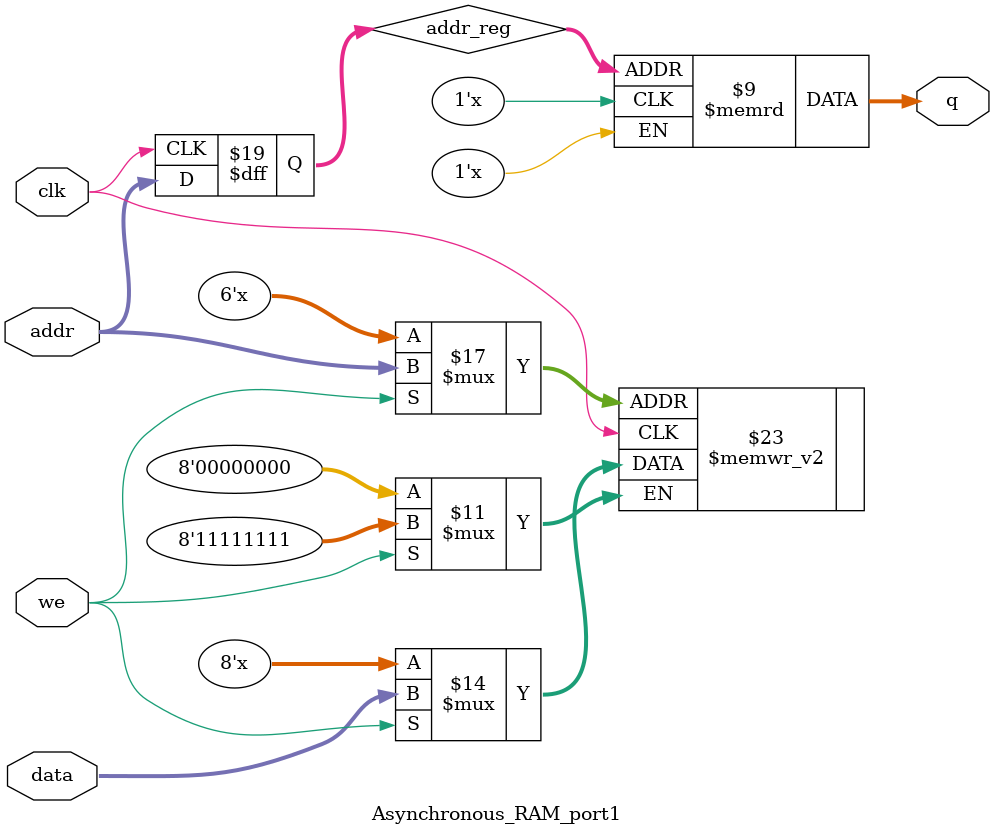
<source format=v>
`timescale 1ns / 1ps



module Asynchronous_RAM_port1
(
	input [7:0] data,
	input [5:0] addr,
	input we, clk,
	output [7:0] q
);

	// Declare the RAM variable
	reg [7:0] ram[63:0];
	
	// Variable to hold the registered read address
	reg [5:0] addr_reg;
	
	always @ (posedge clk)
	begin
	// Write
		if (we)
			ram[addr] <= data;
		
		addr_reg <= addr;
		
	end
		
	// Continuous assignment implies read returns NEW data.
	// This is the natural behavior of the TriMatrix memory
	// blocks in Single Port mode.  
	assign q = ram[addr_reg];
	
endmodule

</source>
